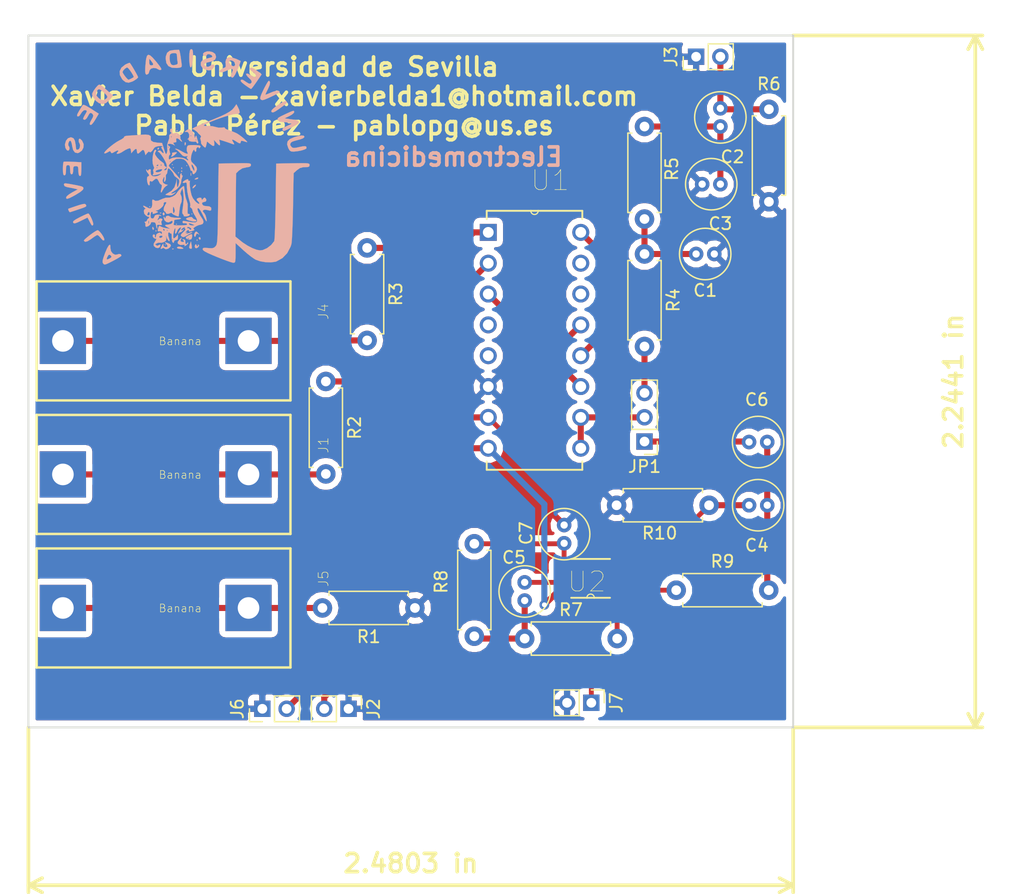
<source format=kicad_pcb>
(kicad_pcb (version 20171130) (host pcbnew "(5.0.2)-1")
  (layers (0 F.Cu signal) (31 B.Cu signal) (34 B.Paste user) (35 F.Paste user) (36 B.SilkS user) (37 F.SilkS user) (38 B.Mask user) (39 F.Mask user) (44 Edge.Cuts user))
  (net 0 "")
  (net 1 "Net-(C1-Pad1)")
  (net 2 GND)
  (net 3 "Net-(C2-Pad2)")
  (net 4 /L3)
  (net 5 /L2)
  (net 6 /L1)
  (net 7 "Net-(R2-Pad1)")
  (net 8 "Net-(R3-Pad1)")
  (net 9 "Net-(U1-Pad11)")
  (net 10 "Net-(U1-Pad4)")
  (net 11 "Net-(U1-Pad12)")
  (net 12 "Net-(U1-Pad5)")
  (net 13 "Net-(U1-Pad14)")
  (net 14 "Net-(U1-Pad15)")
  (net 15 /OUT_SIMPLE)
  (net 16 /FILTRO_COMPLEJO)
  (net 17 "Net-(C4-Pad1)")
  (net 18 "Net-(C5-Pad1)")
  (net 19 /-IN_B)
  (net 20 /+9V)
  (net 21 /-9V)
  (net 22 "Net-(JP1-Pad2)")
  (net 23 /filtro_simple)
  (net 24 /-IN_A)
  (net 25 /+IN_A)
  (net 26 /+IN_B)
  (module Connector_PinHeader_2.00mm:PinHeader_1x02_P2.00mm_Vertical (layer F.Cu) (at 156.37 95.97 270)
    (fp_text reference J7 (at 0 -2.06 270) (layer F.SilkS))
    (fp_text value Conn_01x02)
    (pad 1 thru_hole rect (at 0 0 270) (size 1.35 1.35) (drill 0.8) (layers *.Cu *.Mask) (net 19 /-IN_B))
    (pad 2 thru_hole oval (at 0 2 270) (size 1.35 1.35) (drill 0.8) (layers *.Cu *.Mask) (net 2 GND))
  )
  (module Capacitor_THT:C_Radial_D4.0mm_H5.0mm_P1.50mm (layer F.Cu) (at 165 59)
    (fp_text reference C1 (at 0.75 3) (layer F.SilkS))
    (fp_text value 1u)
    (pad 1 thru_hole circle (at 0 0) (size 1.2 1.2) (drill 0.6) (layers *.Cu *.Mask) (net 1 "Net-(C1-Pad1)"))
    (pad 2 thru_hole circle (at 1.5 0) (size 1.2 1.2) (drill 0.6) (layers *.Cu *.Mask) (net 2 GND))
  )
  (module Capacitor_THT:C_Radial_D4.0mm_H5.0mm_P1.50mm (layer F.Cu) (at 167 47 270)
    (fp_text reference C2 (at 4 -1) (layer F.SilkS))
    (fp_text value 1u)
    (pad 1 thru_hole circle (at 0 0 270) (size 1.2 1.2) (drill 0.6) (layers *.Cu *.Mask) (net 15 /OUT_SIMPLE))
    (pad 2 thru_hole circle (at 1.5 0 270) (size 1.2 1.2) (drill 0.6) (layers *.Cu *.Mask) (net 3 "Net-(C2-Pad2)"))
  )
  (module Capacitor_THT:C_Radial_D4.0mm_H5.0mm_P1.50mm (layer F.Cu) (at 167 53.25 180)
    (fp_text reference C3 (at 0 -3.25 180) (layer F.SilkS))
    (fp_text value 0.1u)
    (pad 2 thru_hole circle (at 1.5 0 180) (size 1.2 1.2) (drill 0.6) (layers *.Cu *.Mask) (net 2 GND))
    (pad 1 thru_hole circle (at 0 0 180) (size 1.2 1.2) (drill 0.6) (layers *.Cu *.Mask) (net 3 "Net-(C2-Pad2)"))
  )
  (module Capacitor_THT:C_Radial_D4.0mm_H5.0mm_P1.50mm (layer F.Cu) (at 170.86 74.49 180)
    (fp_text reference C4 (at 0.86 -8.51 180) (layer F.SilkS))
    (fp_text value C)
    (pad 2 thru_hole circle (at 1.5 0 180) (size 1.2 1.2) (drill 0.6) (layers *.Cu *.Mask) (net 16 /FILTRO_COMPLEJO))
    (pad 1 thru_hole circle (at 0 0 180) (size 1.2 1.2) (drill 0.6) (layers *.Cu *.Mask) (net 17 "Net-(C4-Pad1)"))
  )
  (module Capacitor_THT:C_Radial_D4.0mm_H5.0mm_P1.50mm (layer F.Cu) (at 150.88 87.55 90)
    (fp_text reference C5 (at 3.55 -0.88 180) (layer F.SilkS))
    (fp_text value C)
    (pad 1 thru_hole circle (at 0 0 90) (size 1.2 1.2) (drill 0.6) (layers *.Cu *.Mask) (net 18 "Net-(C5-Pad1)"))
    (pad 2 thru_hole circle (at 1.5 0 90) (size 1.2 1.2) (drill 0.6) (layers *.Cu *.Mask) (net 19 /-IN_B))
  )
  (module Capacitor_THT:C_Radial_D4.0mm_H5.0mm_P1.50mm (layer F.Cu) (at 169.363089 79.69466)
    (fp_text reference C6 (at 0.636911 -8.69466) (layer F.SilkS))
    (fp_text value C)
    (pad 1 thru_hole circle (at 0 0) (size 1.2 1.2) (drill 0.6) (layers *.Cu *.Mask) (net 25 /+IN_A))
    (pad 2 thru_hole circle (at 1.5 0) (size 1.2 1.2) (drill 0.6) (layers *.Cu *.Mask) (net 17 "Net-(C4-Pad1)"))
  )
  (module Capacitor_THT:C_Radial_D4.0mm_H5.0mm_P1.50mm (layer F.Cu) (at 154.13 82.83 90)
    (fp_text reference C7 (at 0.83 -3.13 90) (layer F.SilkS))
    (fp_text value C)
    (pad 2 thru_hole circle (at 1.5 0 90) (size 1.2 1.2) (drill 0.6) (layers *.Cu *.Mask) (net 2 GND))
    (pad 1 thru_hole circle (at 0 0 90) (size 1.2 1.2) (drill 0.6) (layers *.Cu *.Mask) (net 26 /+IN_B))
  )
  (module User_library:Banana (layer F.Cu) (at 112.84 77.16 180)
    (fp_text reference J1 (at -21.4635 2.41305 270) (layer F.SilkS) (effects (font (size 0.800024 0.800024) (thickness 0.05))))
    (fp_text value Banana (at -9.66076 -0.025423 180) (layer F.SilkS) (effects (font (size 0.640578 0.640578) (thickness 0.05))))
    (pad 1 thru_hole rect (at 0 0 180) (size 3.81 3.81) (drill 1.778) (layers *.Cu *.Mask) (net 6 /L1))
    (pad 2 thru_hole rect (at -15.2908 0 180) (size 3.81 3.81) (drill 1.778) (layers *.Cu *.Mask) (net 6 /L1))
  )
  (module User_library:Banana (layer F.Cu) (at 112.84 66.16 180)
    (fp_text reference J4 (at -21.4635 2.41305 270) (layer F.SilkS) (effects (font (size 0.800024 0.800024) (thickness 0.05))))
    (fp_text value Banana (at -9.66076 -0.025423 180) (layer F.SilkS) (effects (font (size 0.640578 0.640578) (thickness 0.05))))
    (pad 2 thru_hole rect (at -15.2908 0 180) (size 3.81 3.81) (drill 1.778) (layers *.Cu *.Mask) (net 5 /L2))
    (pad 1 thru_hole rect (at 0 0 180) (size 3.81 3.81) (drill 1.778) (layers *.Cu *.Mask) (net 5 /L2))
  )
  (module User_library:Banana (layer F.Cu) (at 112.84 88.16 180)
    (fp_text reference J5 (at -21.4635 2.41305 270) (layer F.SilkS) (effects (font (size 0.800024 0.800024) (thickness 0.05))))
    (fp_text value Banana (at -9.66076 -0.025423 180) (layer F.SilkS) (effects (font (size 0.640578 0.640578) (thickness 0.05))))
    (pad 1 thru_hole rect (at 0 0 180) (size 3.81 3.81) (drill 1.778) (layers *.Cu *.Mask) (net 4 /L3))
    (pad 2 thru_hole rect (at -15.2908 0 180) (size 3.81 3.81) (drill 1.778) (layers *.Cu *.Mask) (net 4 /L3))
  )
  (module Resistor_THT:R_Axial_DIN0207_L6.3mm_D2.5mm_P7.62mm_Horizontal (layer F.Cu) (at 141.84 88.16 180)
    (fp_text reference R1 (at 3.81 -2.37 180) (layer F.SilkS))
    (fp_text value 100)
    (pad 2 thru_hole oval (at 7.62 0 180) (size 1.6 1.6) (drill 0.8) (layers *.Cu *.Mask) (net 4 /L3))
    (pad 1 thru_hole circle (at 0 0 180) (size 1.6 1.6) (drill 0.8) (layers *.Cu *.Mask) (net 2 GND))
  )
  (module Resistor_THT:R_Axial_DIN0207_L6.3mm_D2.5mm_P7.62mm_Horizontal (layer F.Cu) (at 134.5 69.5 270)
    (fp_text reference R2 (at 3.81 -2.37 270) (layer F.SilkS))
    (fp_text value 47k)
    (pad 2 thru_hole oval (at 7.62 0 270) (size 1.6 1.6) (drill 0.8) (layers *.Cu *.Mask) (net 6 /L1))
    (pad 1 thru_hole circle (at 0 0 270) (size 1.6 1.6) (drill 0.8) (layers *.Cu *.Mask) (net 7 "Net-(R2-Pad1)"))
  )
  (module Resistor_THT:R_Axial_DIN0207_L6.3mm_D2.5mm_P7.62mm_Horizontal (layer F.Cu) (at 137.9 58.5 270)
    (fp_text reference R3 (at 3.81 -2.37 270) (layer F.SilkS))
    (fp_text value 47k)
    (pad 1 thru_hole circle (at 0 0 270) (size 1.6 1.6) (drill 0.8) (layers *.Cu *.Mask) (net 8 "Net-(R3-Pad1)"))
    (pad 2 thru_hole oval (at 7.62 0 270) (size 1.6 1.6) (drill 0.8) (layers *.Cu *.Mask) (net 5 /L2))
  )
  (module Resistor_THT:R_Axial_DIN0207_L6.3mm_D2.5mm_P7.62mm_Horizontal (layer F.Cu) (at 160.75 59 270)
    (fp_text reference R4 (at 3.81 -2.37 270) (layer F.SilkS))
    (fp_text value 4.7k)
    (pad 1 thru_hole circle (at 0 0 270) (size 1.6 1.6) (drill 0.8) (layers *.Cu *.Mask) (net 1 "Net-(C1-Pad1)"))
    (pad 2 thru_hole oval (at 7.62 0 270) (size 1.6 1.6) (drill 0.8) (layers *.Cu *.Mask) (net 23 /filtro_simple))
  )
  (module Resistor_THT:R_Axial_DIN0207_L6.3mm_D2.5mm_P7.62mm_Horizontal (layer F.Cu) (at 160.75 48.5 270)
    (fp_text reference R5 (at 3.5 -2.25 90) (layer F.SilkS))
    (fp_text value 4.7k)
    (pad 2 thru_hole oval (at 7.62 0 270) (size 1.6 1.6) (drill 0.8) (layers *.Cu *.Mask) (net 1 "Net-(C1-Pad1)"))
    (pad 1 thru_hole circle (at 0 0 270) (size 1.6 1.6) (drill 0.8) (layers *.Cu *.Mask) (net 3 "Net-(C2-Pad2)"))
  )
  (module Resistor_THT:R_Axial_DIN0207_L6.3mm_D2.5mm_P7.62mm_Horizontal (layer F.Cu) (at 171 54.7 90)
    (fp_text reference R6 (at 9.7 0 180) (layer F.SilkS))
    (fp_text value 680k)
    (pad 1 thru_hole circle (at 0 0 90) (size 1.6 1.6) (drill 0.8) (layers *.Cu *.Mask) (net 2 GND))
    (pad 2 thru_hole oval (at 7.62 0 90) (size 1.6 1.6) (drill 0.8) (layers *.Cu *.Mask) (net 15 /OUT_SIMPLE))
  )
  (module Resistor_THT:R_Axial_DIN0207_L6.3mm_D2.5mm_P7.62mm_Horizontal (layer F.Cu) (at 150.88 90.68)
    (fp_text reference R7 (at 3.81 -2.37) (layer F.SilkS))
    (fp_text value R)
    (pad 1 thru_hole circle (at 0 0) (size 1.6 1.6) (drill 0.8) (layers *.Cu *.Mask) (net 18 "Net-(C5-Pad1)"))
    (pad 2 thru_hole oval (at 7.62 0) (size 1.6 1.6) (drill 0.8) (layers *.Cu *.Mask) (net 24 /-IN_A))
  )
  (module Resistor_THT:R_Axial_DIN0207_L6.3mm_D2.5mm_P7.62mm_Horizontal (layer F.Cu) (at 146.73 82.87 270)
    (fp_text reference R8 (at 3.13 2.73 270) (layer F.SilkS))
    (fp_text value R)
    (pad 2 thru_hole oval (at 7.62 0 270) (size 1.6 1.6) (drill 0.8) (layers *.Cu *.Mask) (net 18 "Net-(C5-Pad1)"))
    (pad 1 thru_hole circle (at 0 0 270) (size 1.6 1.6) (drill 0.8) (layers *.Cu *.Mask) (net 26 /+IN_B))
  )
  (module Resistor_THT:R_Axial_DIN0207_L6.3mm_D2.5mm_P7.62mm_Horizontal (layer F.Cu) (at 163.363089 86.69466)
    (fp_text reference R9 (at 3.81 -2.37) (layer F.SilkS))
    (fp_text value R)
    (pad 1 thru_hole circle (at 0 0) (size 1.6 1.6) (drill 0.8) (layers *.Cu *.Mask) (net 24 /-IN_A))
    (pad 2 thru_hole oval (at 7.62 0) (size 1.6 1.6) (drill 0.8) (layers *.Cu *.Mask) (net 17 "Net-(C4-Pad1)"))
  )
  (module Resistor_THT:R_Axial_DIN0207_L6.3mm_D2.5mm_P7.62mm_Horizontal (layer F.Cu) (at 158.45 79.7)
    (fp_text reference R10 (at 3.55 2.3) (layer F.SilkS))
    (fp_text value R)
    (pad 2 thru_hole oval (at 7.62 0) (size 1.6 1.6) (drill 0.8) (layers *.Cu *.Mask) (net 25 /+IN_A))
    (pad 1 thru_hole circle (at 0 0) (size 1.6 1.6) (drill 0.8) (layers *.Cu *.Mask) (net 2 GND))
  )
  (module User_library:AD624 (layer F.Cu) (at 155.5 75)
    (fp_text reference U1 (at -2.52213 -22.0622) (layer F.SilkS) (effects (font (size 1.64491 1.64491) (thickness 0.05))))
    (fp_text value AD624ADZ hide)
    (pad 1 thru_hole rect (at -7.62 -17.78) (size 1.397 1.397) (drill 0.889) (layers *.Cu *.Mask) (net 8 "Net-(R3-Pad1)"))
    (pad 2 thru_hole circle (at -7.62 -15.24) (size 1.397 1.397) (drill 0.889) (layers *.Cu *.Mask) (net 7 "Net-(R2-Pad1)"))
    (pad 3 thru_hole circle (at -7.62 -12.7) (size 1.397 1.397) (drill 0.889) (layers *.Cu *.Mask) (net 9 "Net-(U1-Pad11)"))
    (pad 4 thru_hole circle (at -7.62 -10.16) (size 1.397 1.397) (drill 0.889) (layers *.Cu *.Mask) (net 10 "Net-(U1-Pad4)"))
    (pad 5 thru_hole circle (at -7.62 -7.62) (size 1.397 1.397) (drill 0.889) (layers *.Cu *.Mask) (net 12 "Net-(U1-Pad5)"))
    (pad 6 thru_hole circle (at -7.62 -5.08) (size 1.397 1.397) (drill 0.889) (layers *.Cu *.Mask) (net 2 GND))
    (pad 7 thru_hole circle (at -7.62 -2.54) (size 1.397 1.397) (drill 0.889) (layers *.Cu *.Mask) (net 21 /-9V))
    (pad 8 thru_hole circle (at -7.62 0) (size 1.397 1.397) (drill 0.889) (layers *.Cu *.Mask) (net 20 /+9V))
    (pad 9 thru_hole circle (at 0 0) (size 1.397 1.397) (drill 0.889) (layers *.Cu *.Mask) (net 22 "Net-(JP1-Pad2)"))
    (pad 10 thru_hole circle (at 0 -2.54) (size 1.397 1.397) (drill 0.889) (layers *.Cu *.Mask) (net 22 "Net-(JP1-Pad2)"))
    (pad 11 thru_hole circle (at 0 -5.08) (size 1.397 1.397) (drill 0.889) (layers *.Cu *.Mask) (net 9 "Net-(U1-Pad11)"))
    (pad 12 thru_hole circle (at 0 -7.62) (size 1.397 1.397) (drill 0.889) (layers *.Cu *.Mask) (net 11 "Net-(U1-Pad12)"))
    (pad 13 thru_hole circle (at 0 -10.16) (size 1.397 1.397) (drill 0.889) (layers *.Cu *.Mask) (net 9 "Net-(U1-Pad11)"))
    (pad 14 thru_hole circle (at 0 -12.7) (size 1.397 1.397) (drill 0.889) (layers *.Cu *.Mask) (net 13 "Net-(U1-Pad14)"))
    (pad 15 thru_hole circle (at 0 -15.24) (size 1.397 1.397) (drill 0.889) (layers *.Cu *.Mask) (net 14 "Net-(U1-Pad15)"))
    (pad 16 thru_hole circle (at 0 -17.78) (size 1.397 1.397) (drill 0.889) (layers *.Cu *.Mask) (net 11 "Net-(U1-Pad12)"))
  )
  (module User_library:SOP65P490X110-8N (layer F.Cu) (at 156.31 85.72 180)
    (fp_text reference U2 (at 0.31 -0.28 180) (layer F.SilkS) (effects (font (size 1.64109 1.64109) (thickness 0.05))))
    (fp_text value AD8657ARMZ hide)
    (pad 1 smd rect (at -2.1844 -0.9652 180) (size 1.4986 0.4318) (layers F.Cu F.Paste F.Mask) (net 24 /-IN_A))
    (pad 2 smd rect (at -2.1844 -0.3302 180) (size 1.4986 0.4318) (layers F.Cu F.Paste F.Mask) (net 24 /-IN_A))
    (pad 3 smd rect (at -2.1844 0.3302 180) (size 1.4986 0.4318) (layers F.Cu F.Paste F.Mask) (net 25 /+IN_A))
    (pad 4 smd rect (at -2.1844 0.9652 180) (size 1.4986 0.4318) (layers F.Cu F.Paste F.Mask) (net 21 /-9V))
    (pad 5 smd rect (at 2.1844 0.9652 180) (size 1.4986 0.4318) (layers F.Cu F.Paste F.Mask) (net 26 /+IN_B))
    (pad 6 smd rect (at 2.1844 0.3302 180) (size 1.4986 0.4318) (layers F.Cu F.Paste F.Mask) (net 19 /-IN_B))
    (pad 7 smd rect (at 2.1844 -0.3302 180) (size 1.4986 0.4318) (layers F.Cu F.Paste F.Mask) (net 19 /-IN_B))
    (pad 8 smd rect (at 2.1844 -0.9652 180) (size 1.4986 0.4318) (layers F.Cu F.Paste F.Mask) (net 20 /+9V))
  )
  (module Connector_PinHeader_2.00mm:PinHeader_1x02_P2.00mm_Vertical (layer F.Cu) (at 136.37 96.465 270)
    (fp_text reference J2 (at 0 -2.06 270) (layer F.SilkS))
    (fp_text value Conn_01x02)
    (pad 2 thru_hole oval (at 0 2 270) (size 1.35 1.35) (drill 0.8) (layers *.Cu *.Mask) (net 20 /+9V))
    (pad 1 thru_hole rect (at 0 0 270) (size 1.35 1.35) (drill 0.8) (layers *.Cu *.Mask) (net 2 GND))
  )
  (module Connector_PinHeader_2.00mm:PinHeader_1x02_P2.00mm_Vertical (layer F.Cu) (at 165 42.75 90)
    (fp_text reference J3 (at 0 -2.06 90) (layer F.SilkS))
    (fp_text value Conn_01x02)
    (pad 2 thru_hole oval (at 0 2 90) (size 1.35 1.35) (drill 0.8) (layers *.Cu *.Mask) (net 15 /OUT_SIMPLE))
    (pad 1 thru_hole rect (at 0 0 90) (size 1.35 1.35) (drill 0.8) (layers *.Cu *.Mask) (net 2 GND))
  )
  (module Connector_PinHeader_2.00mm:PinHeader_1x02_P2.00mm_Vertical (layer F.Cu) (at 129.27 96.465 90)
    (fp_text reference J6 (at 0 -2.06 90) (layer F.SilkS))
    (fp_text value Conn_01x02)
    (pad 1 thru_hole rect (at 0 0 90) (size 1.35 1.35) (drill 0.8) (layers *.Cu *.Mask) (net 2 GND))
    (pad 2 thru_hole oval (at 0 2 90) (size 1.35 1.35) (drill 0.8) (layers *.Cu *.Mask) (net 21 /-9V))
  )
  (module Connector_PinHeader_2.00mm:PinHeader_1x03_P2.00mm_Vertical (layer F.Cu) (at 160.75 74.45 180)
    (fp_text reference JP1 (at 0 -2.06 180) (layer F.SilkS))
    (fp_text value Jumper_3_Open)
    (pad 1 thru_hole rect (at 0 0 180) (size 1.35 1.35) (drill 0.8) (layers *.Cu *.Mask) (net 16 /FILTRO_COMPLEJO))
    (pad 2 thru_hole oval (at 0 2 180) (size 1.35 1.35) (drill 0.8) (layers *.Cu *.Mask) (net 22 "Net-(JP1-Pad2)"))
    (pad 3 thru_hole oval (at 0 4 180) (size 1.35 1.35) (drill 0.8) (layers *.Cu *.Mask) (net 23 /filtro_simple))
  )
  (module User_library:LOGO (layer B.Cu) (at 123 51 180)
    (fp_text reference G*** hide)
    (fp_text value LOGO hide)
  )
  (gr_text Electromedicina (at 145 51) (layer B.SilkS) (effects (font (size 1.5 1.5) (thickness 0.3)) (justify mirror)))
  (gr_text "Universidad de Sevilla\nXavier Belda - xavierbelda1@hotmail.com\nPablo Pérez - pablopg@us.es\n" (at 136 46) (layer F.SilkS) (effects (font (size 1.5 1.5) (thickness 0.3))))
  (dimension 57 (width 0.3) (layer F.SilkS) (gr_text "57,000 mm" (at 190.1 69.5 90) (layer F.SilkS) (effects (font (size 1.5 1.5) (thickness 0.3)))) (feature1 (pts (xy 173 41) (xy 188.586421 41))) (feature2 (pts (xy 173 98) (xy 188.586421 98))) (crossbar (pts (xy 188 98) (xy 188 41))) (arrow1a (pts (xy 188 41) (xy 188.586421 42.126504))) (arrow1b (pts (xy 188 41) (xy 187.413579 42.126504))) (arrow2a (pts (xy 188 98) (xy 188.586421 96.873496))) (arrow2b (pts (xy 188 98) (xy 187.413579 96.873496))))
  (dimension 63 (width 0.3) (layer F.SilkS) (gr_text "63,000 mm" (at 141.5 113.1) (layer F.SilkS) (effects (font (size 1.5 1.5) (thickness 0.3)))) (feature1 (pts (xy 173 98) (xy 173 111.586421))) (feature2 (pts (xy 110 98) (xy 110 111.586421))) (crossbar (pts (xy 110 111) (xy 173 111))) (arrow1a (pts (xy 173 111) (xy 171.873496 111.586421))) (arrow1b (pts (xy 173 111) (xy 171.873496 110.413579))) (arrow2a (pts (xy 110 111) (xy 111.126504 111.586421))) (arrow2b (pts (xy 110 111) (xy 111.126504 110.413579))))
  (gr_line (start 110 98) (end 173 98) (layer Edge.Cuts) (width 0.15))
  (gr_line (start 110 41) (end 110 98) (layer Edge.Cuts) (width 0.15))
  (gr_line (start 173 41) (end 110 41) (layer Edge.Cuts) (width 0.15))
  (gr_line (start 173 98) (end 173 41) (layer Edge.Cuts) (width 0.15))
  (segment (start 160.75 59) (end 165 59) (width 0.5) (layer F.Cu) (net 1))
  (segment (start 160.75 56.12) (end 160.75 59) (width 0.5) (layer F.Cu) (net 1))
  (segment (start 160.75 48.5) (end 167 48.5) (width 0.5) (layer F.Cu) (net 3))
  (segment (start 167 48.5) (end 167 53.25) (width 0.5) (layer F.Cu) (net 3))
  (segment (start 112.84 88.16) (end 128.1308 88.16) (width 0.5) (layer F.Cu) (net 4))
  (segment (start 133.08863 88.16) (end 128.1308 88.16) (width 0.5) (layer F.Cu) (net 4))
  (segment (start 134.22 88.16) (end 133.08863 88.16) (width 0.5) (layer F.Cu) (net 4))
  (segment (start 112.84 66.16) (end 128.1308 66.16) (width 0.5) (layer F.Cu) (net 5))
  (segment (start 135.26 66.12) (end 137.9 66.12) (width 0.5) (layer F.Cu) (net 5))
  (segment (start 128.1308 66.16) (end 135.22 66.16) (width 0.5) (layer F.Cu) (net 5))
  (segment (start 135.22 66.16) (end 135.26 66.12) (width 0.5) (layer F.Cu) (net 5))
  (segment (start 112.84 77.16) (end 128.1308 77.16) (width 0.5) (layer F.Cu) (net 6))
  (segment (start 134.46 77.16) (end 134.5 77.12) (width 0.5) (layer F.Cu) (net 6))
  (segment (start 128.1308 77.16) (end 134.46 77.16) (width 0.5) (layer F.Cu) (net 6))
  (segment (start 138.14 69.5) (end 147.88 59.76) (width 0.5) (layer F.Cu) (net 7))
  (segment (start 134.5 69.5) (end 138.14 69.5) (width 0.5) (layer F.Cu) (net 7))
  (segment (start 146.6815 57.22) (end 147.88 57.22) (width 0.5) (layer F.Cu) (net 8))
  (segment (start 145.4015 58.5) (end 146.6815 57.22) (width 0.5) (layer F.Cu) (net 8))
  (segment (start 137.9 58.5) (end 145.4015 58.5) (width 0.5) (layer F.Cu) (net 8))
  (segment (start 155.5 69.92) (end 147.88 62.3) (width 0.5) (layer F.Cu) (net 9))
  (segment (start 154.801501 65.538499) (end 155.5 64.84) (width 0.5) (layer F.Cu) (net 9))
  (segment (start 153.9 66.44) (end 154.801501 65.538499) (width 0.5) (layer F.Cu) (net 9))
  (segment (start 153.9 68.32) (end 153.9 66.44) (width 0.5) (layer F.Cu) (net 9))
  (segment (start 155.5 69.92) (end 153.9 68.32) (width 0.5) (layer F.Cu) (net 9))
  (segment (start 155.5 67.38) (end 157.655 65.225) (width 0.5) (layer F.Cu) (net 11))
  (segment (start 157.655 59.375) (end 155.5 57.22) (width 0.5) (layer F.Cu) (net 11))
  (segment (start 157.655 65.225) (end 157.655 59.375) (width 0.5) (layer F.Cu) (net 11))
  (segment (start 167 42.75) (end 167 47) (width 0.5) (layer F.Cu) (net 15))
  (segment (start 167.08 47.08) (end 167 47) (width 0.5) (layer F.Cu) (net 15))
  (segment (start 171 47.08) (end 167.08 47.08) (width 0.5) (layer F.Cu) (net 15))
  (segment (start 169.32 74.45) (end 169.36 74.49) (width 0.5) (layer F.Cu) (net 16))
  (segment (start 160.75 74.45) (end 169.32 74.45) (width 0.5) (layer F.Cu) (net 16))
  (segment (start 170.863089 86.57466) (end 170.983089 86.69466) (width 0.5) (layer F.Cu) (net 17))
  (segment (start 170.863089 79.69466) (end 170.863089 86.57466) (width 0.5) (layer F.Cu) (net 17))
  (segment (start 170.86 79.691571) (end 170.863089 79.69466) (width 0.5) (layer F.Cu) (net 17))
  (segment (start 170.86 74.49) (end 170.86 79.691571) (width 0.5) (layer F.Cu) (net 17))
  (segment (start 150.88 90.68) (end 150.88 87.55) (width 0.5) (layer F.Cu) (net 18))
  (segment (start 146.92 90.68) (end 146.73 90.49) (width 0.5) (layer F.Cu) (net 18))
  (segment (start 150.88 90.68) (end 146.92 90.68) (width 0.5) (layer F.Cu) (net 18))
  (segment (start 154.1254 86.05) (end 154.1256 86.0502) (width 0.4) (layer F.Cu) (net 19))
  (segment (start 150.88 86.05) (end 154.1254 86.05) (width 0.4) (layer F.Cu) (net 19))
  (segment (start 154.1256 85.3898) (end 154.1256 86.0502) (width 0.4) (layer F.Cu) (net 19))
  (segment (start 155.2749 86.0502) (end 155.2751 86.05) (width 0.4) (layer F.Cu) (net 19))
  (segment (start 154.1256 86.0502) (end 155.2749 86.0502) (width 0.4) (layer F.Cu) (net 19))
  (segment (start 155.2751 86.05) (end 156.15 86.05) (width 0.4) (layer F.Cu) (net 19))
  (segment (start 156.37 86.27) (end 156.37 95.97) (width 0.4) (layer F.Cu) (net 19))
  (segment (start 156.15 86.05) (end 156.37 86.27) (width 0.4) (layer F.Cu) (net 19))
  (segment (start 139.5 90.380406) (end 139.5 79) (width 0.5) (layer F.Cu) (net 20))
  (segment (start 143.5 75) (end 147.88 75) (width 0.5) (layer F.Cu) (net 20))
  (segment (start 134.37 95.510406) (end 139.5 90.380406) (width 0.5) (layer F.Cu) (net 20))
  (segment (start 134.37 96.465) (end 134.37 95.510406) (width 0.5) (layer F.Cu) (net 20))
  (segment (start 152.5 79.62) (end 147.88 75) (width 0.5) (layer B.Cu) (net 20))
  (via (at 152.5 87.9) (size 0.8) (drill 0.4) (layers F.Cu B.Cu) (net 20))
  (segment (start 154.1256 86.6852) (end 153.7148 86.6852) (width 0.5) (layer F.Cu) (net 20))
  (segment (start 153.7148 86.6852) (end 152.5 87.9) (width 0.5) (layer F.Cu) (net 20))
  (segment (start 152.5 87.9) (end 152.5 79.62) (width 0.5) (layer B.Cu) (net 20))
  (segment (start 139.5 79) (end 143.5 75) (width 0.5) (layer F.Cu) (net 20))
  (segment (start 131.43 96.080001) (end 131.045001 96.465) (width 0.5) (layer F.Cu) (net 21))
  (segment (start 131.43 96.305) (end 131.27 96.465) (width 0.5) (layer F.Cu) (net 21))
  (segment (start 137.5 90.235) (end 131.27 96.465) (width 0.5) (layer F.Cu) (net 21))
  (segment (start 137.5 78) (end 137.5 90.235) (width 0.5) (layer F.Cu) (net 21))
  (segment (start 147.88 72.46) (end 143.04 72.46) (width 0.5) (layer F.Cu) (net 21))
  (segment (start 158.4944 83.0744) (end 158.4944 84.7548) (width 0.4) (layer F.Cu) (net 21))
  (segment (start 147.88 72.46) (end 158.4944 83.0744) (width 0.4) (layer F.Cu) (net 21))
  (segment (start 137.5 78) (end 143.04 72.46) (width 0.5) (layer F.Cu) (net 21))
  (segment (start 155.5 72.46) (end 155.5 75) (width 0.5) (layer F.Cu) (net 22))
  (segment (start 160.74 72.46) (end 160.75 72.45) (width 0.5) (layer F.Cu) (net 22))
  (segment (start 155.5 72.46) (end 160.74 72.46) (width 0.5) (layer F.Cu) (net 22))
  (segment (start 160.75 70.45) (end 160.75 66.62) (width 0.5) (layer F.Cu) (net 23))
  (segment (start 158.50386 86.69466) (end 158.4944 86.6852) (width 0.4) (layer F.Cu) (net 24))
  (segment (start 163.363089 86.69466) (end 158.50386 86.69466) (width 0.4) (layer F.Cu) (net 24))
  (segment (start 158.4944 86.0502) (end 158.4944 86.6852) (width 0.4) (layer F.Cu) (net 24))
  (segment (start 158.4944 90.6744) (end 158.5 90.68) (width 0.4) (layer F.Cu) (net 24))
  (segment (start 158.4944 86.6852) (end 158.4944 90.6744) (width 0.4) (layer F.Cu) (net 24))
  (segment (start 166.07534 79.69466) (end 166.07 79.7) (width 0.5) (layer F.Cu) (net 25))
  (segment (start 169.363089 79.69466) (end 166.07534 79.69466) (width 0.5) (layer F.Cu) (net 25))
  (segment (start 160.3802 85.3898) (end 166.07 79.7) (width 0.4) (layer F.Cu) (net 25))
  (segment (start 158.4944 85.3898) (end 160.3802 85.3898) (width 0.4) (layer F.Cu) (net 25))
  (segment (start 154.1256 82.8344) (end 154.13 82.83) (width 0.4) (layer F.Cu) (net 26))
  (segment (start 154.1256 84.7548) (end 154.1256 82.8344) (width 0.4) (layer F.Cu) (net 26))
  (segment (start 154.09 82.87) (end 154.13 82.83) (width 0.4) (layer F.Cu) (net 26))
  (segment (start 146.73 82.87) (end 154.09 82.87) (width 0.4) (layer F.Cu) (net 26))
  (zone (net 2) (net_name GND) (layer F.Cu) (connect_pads (clearance 0.508)) (min_thickness 0.254) (fill yes (arc_segments 16) (thermal_gap 0.508) (thermal_bridge_width 0.508))
    (polygon (pts (xy 173 98) (xy 173 41) (xy 110 41) (xy 110 98)))
  )
  (zone (net 2) (net_name GND) (layer B.Cu) (connect_pads (clearance 0.508)) (min_thickness 0.254) (fill yes (arc_segments 16) (thermal_gap 0.508) (thermal_bridge_width 0.508))
    (polygon (pts (xy 173 98) (xy 173 41) (xy 110 41) (xy 110 98)))
  )
)
</source>
